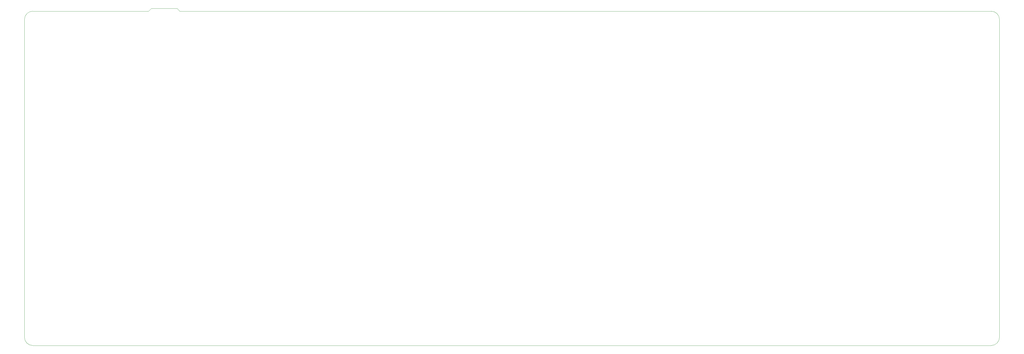
<source format=gbr>
%TF.GenerationSoftware,KiCad,Pcbnew,8.0.3*%
%TF.CreationDate,2024-09-05T06:55:28+12:00*%
%TF.ProjectId,test2,74657374-322e-46b6-9963-61645f706362,rev?*%
%TF.SameCoordinates,Original*%
%TF.FileFunction,Profile,NP*%
%FSLAX46Y46*%
G04 Gerber Fmt 4.6, Leading zero omitted, Abs format (unit mm)*
G04 Created by KiCad (PCBNEW 8.0.3) date 2024-09-05 06:55:28*
%MOMM*%
%LPD*%
G01*
G04 APERTURE LIST*
%TA.AperFunction,Profile*%
%ADD10C,0.050000*%
%TD*%
G04 APERTURE END LIST*
D10*
X64418750Y-14075000D02*
X73818750Y-14075000D01*
X63418750Y-15075000D02*
X64418750Y-14075000D01*
X227806250Y-135816180D02*
X367681250Y-135816180D01*
X370681250Y-18081250D02*
X370681250Y-132816180D01*
X21618750Y-135816180D02*
G75*
G02*
X18618750Y-132816180I0J3000000D01*
G01*
X370681250Y-132816180D02*
G75*
G02*
X367681250Y-135816150I-3000050J80D01*
G01*
X74618750Y-15075000D02*
X73818750Y-14075000D01*
X119856250Y-135816180D02*
X227806250Y-135816180D01*
X119856250Y-135816180D02*
X21618750Y-135816180D01*
X74618750Y-15075000D02*
X367681250Y-15081250D01*
X18618750Y-18081250D02*
G75*
G02*
X21618750Y-15081250I3000000J0D01*
G01*
X63418750Y-15075000D02*
X21618750Y-15081250D01*
X18618750Y-132816180D02*
X18618750Y-18081250D01*
X367681250Y-15081250D02*
G75*
G02*
X370681250Y-18081250I-50J-3000050D01*
G01*
M02*

</source>
